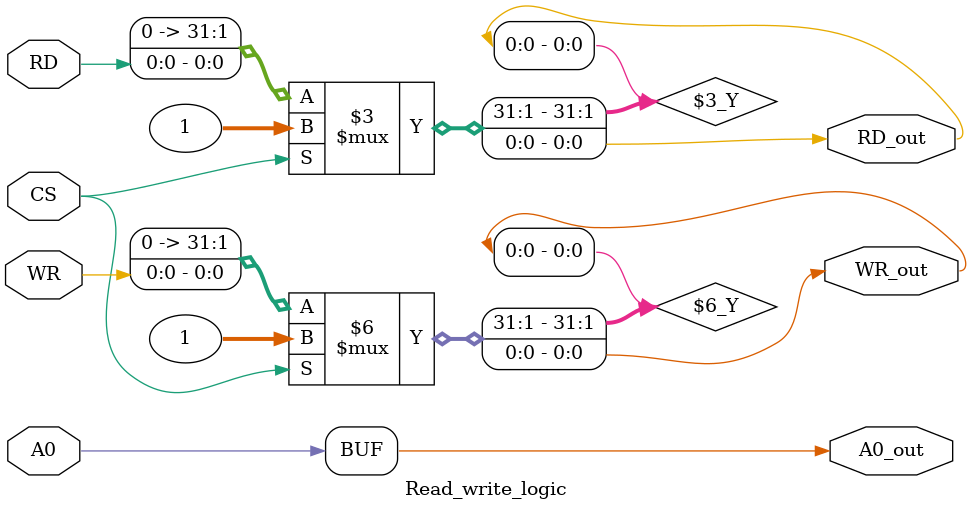
<source format=v>
module Read_write_logic (RD, WR, A0, CS, WR_out, RD_out, A0_out);

    input RD, WR, A0, CS;
    output RD_out, A0_out, WR_out;

    assign RD_out = (~CS) ? RD : 1;
    assign WR_out = (~CS) ? WR : 1;
    assign A0_out = A0;

endmodule
</source>
